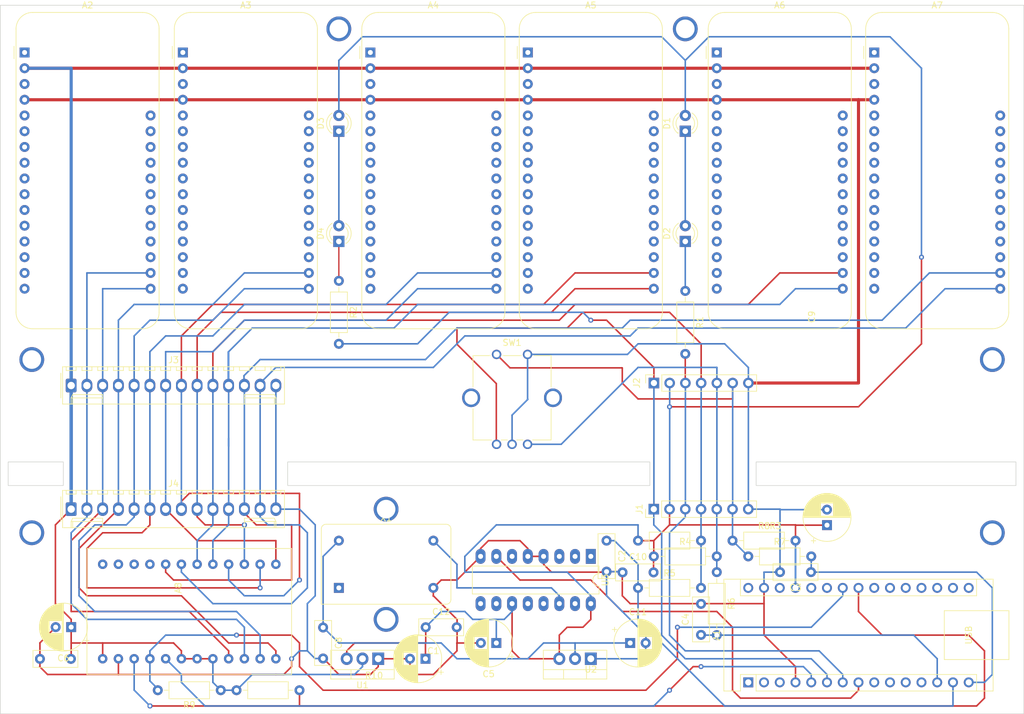
<source format=kicad_pcb>
(kicad_pcb (version 20211014) (generator pcbnew)
  (layers (0 "F.Cu" signal) (31 "B.Cu" signal) (34 "B.Paste" user) (35 "F.Paste" user) (36 "B.SilkS" user "B.Silkscreen") (37 "F.SilkS" user "F.Silkscreen") (38 "B.Mask" user) (39 "F.Mask" user) (44 "Edge.Cuts" user))
  (net 0 "")
  (net 4 "Net-(A1-Pad29)")
  (net 5 "Net-(A1-Pad5)")
  (net 6 "Net-(A1-Pad6)")
  (net 7 "Net-(A1-Pad7)")
  (net 8 "Net-(A1-Pad8)")
  (net 13 "Net-(A1-Pad13)")
  (net 14 "Net-(A1-Pad14)")
  (net 15 "Net-(A1-Pad15)")
  (net 23 "Net-(A1-Pad23)")
  (net 24 "Net-(A1-Pad24)")
  (net 27 "Net-(A1-Pad27)")
  (net 31 "Net-(A2-Pad2)")
  (net 45 "Net-(A2-Pad17)")
  (net 46 "Net-(A2-Pad18)")
  (net 177 "Net-(A3-Pad17)")
  (net 178 "Net-(D1-Pad1)")
  (net 179 "Net-(D2-Pad1)")
  (net 180 "Net-(D3-Pad1)")
  (net 181 "Net-(D4-Pad1)")
  (net 182 "Net-(A4-Pad17)")
  (net 183 "Net-(A4-Pad18)")
  (net 184 "Net-(A5-Pad17)")
  (net 193 "Net-(U3-Pad14)")
  (net 200 "Net-(A5-Pad18)")
  (net 201 "Net-(A6-Pad17)")
  (net 202 "Net-(A6-Pad18)")
  (net 203 "Net-(A7-Pad17)")
  (net 204 "Net-(A7-Pad18)")
  (net 205 "Net-(C11-Pad1)")
  (net 206 "Net-(J1-Pad4)")
  (net 207 "Net-(J1-Pad5)")
  (net 208 "Net-(J1-Pad6)")
  (net 209 "Net-(A3-Pad18)")
  (footprint "Capacitor_THT:C_Rect_L7.0mm_W2.5mm_P5.00mm" (layer "F.Cu") (at 142.24 129.5 90)
    (fp_text reference "C4")
    (fp_text value "100n")
  )
  (footprint "Resistor_THT:R_Axial_DIN0207_L6.3mm_D2.5mm_P10.16mm_Horizontal" (layer "F.Cu") (at 132.08 114.3)
    (fp_text reference "R3")
    (fp_text value "10k")
  )
  (footprint "Connector_Molex:Molex_KK-254_AE-6410-14A_1x14_P2.54mm_Vertical" (layer "F.Cu") (at 40.64 89.28)
    (fp_text reference "J3")
    (fp_text value "Conn_01x14_Female")
  )
  (footprint "Capacitor_THT:CP_Radial_D7.5mm_P2.50mm" (layer "F.Cu") (at 97.79 133.35 180)
    (fp_text reference "C1")
    (fp_text value "100u")
  )
  (footprint "Oscillator:Oscillator_DIP-14" (layer "F.Cu") (at 83.82 121.92)
    (fp_text reference "X1")
    (fp_text value "OCXO-14")
  )
  (footprint "Package_TO_SOT_THT:TO-220-3_Vertical" (layer "F.Cu") (at 90.17 133.35 180)
    (fp_text reference "U1")
    (fp_text value "LD1117V33C")
  )
  (footprint "Capacitor_THT:C_Rect_L7.0mm_W2.5mm_P5.00mm" (layer "F.Cu") (at 159.98 119.38 180)
    (fp_text reference "C3")
    (fp_text value "100n")
  )
  (footprint "Package_TO_SOT_THT:TO-220-3_Vertical" (layer "F.Cu") (at 124.46 133.35 180)
    (fp_text reference "U2")
    (fp_text value "LD1117V33C")
  )
  (footprint "LED_THT:LED_D3.0mm" (layer "F.Cu") (at 139.701808 48.26 90)
    (fp_text reference "D1")
    (fp_text value "LED")
  )
  (footprint "OCXO_Clock:9548_Module_N" (layer "F.Cu") (at 58.42 121.92 90)
    (fp_text reference "A8")
    (fp_text value "9548_Module_N")
  )
  (footprint "LED_THT:LED_D3.0mm" (layer "F.Cu") (at 139.7 66.04 90)
    (fp_text reference "D2")
    (fp_text value "LED")
  )
  (footprint "Package_DIP:DIP-16_W7.62mm_LongPads" (layer "F.Cu") (at 124.46 116.84 -90)
    (fp_text reference "U3")
    (fp_text value "74HC191")
  )
  (footprint "Connector_PinSocket_2.54mm:PinSocket_1x07_P2.54mm_Vertical" (layer "F.Cu") (at 134.64 88.875 90)
    (fp_text reference "J2")
    (fp_text value "Conn_01x07_Male")
  )
  (footprint "Resistor_THT:R_Axial_DIN0207_L6.3mm_D2.5mm_P10.16mm_Horizontal" (layer "F.Cu") (at 67.31 138.43)
    (fp_text reference "R10")
    (fp_text value "10k")
  )
  (footprint "Capacitor_THT:CP_Radial_D7.5mm_P2.50mm" (layer "F.Cu") (at 109.22 130.81 180)
    (fp_text reference "C5")
    (fp_text value "100u")
  )
  (footprint "Capacitor_THT:CP_Radial_D7.5mm_P2.50mm" (layer "F.Cu") (at 40.64 128.25 180)
    (fp_text reference "C6")
    (fp_text value "100u")
  )
  (footprint "LED_THT:LED_D3.0mm" (layer "F.Cu") (at 83.82 48.26 90)
    (fp_text reference "D3")
    (fp_text value "LED")
  )
  (footprint "Resistor_THT:R_Axial_DIN0207_L6.3mm_D2.5mm_P10.16mm_Horizontal" (layer "F.Cu") (at 64.77 138.43 180)
    (fp_text reference "R9")
    (fp_text value "10k")
  )
  (footprint "Resistor_THT:R_Axial_DIN0207_L6.3mm_D2.5mm_P10.16mm_Horizontal" (layer "F.Cu") (at 149.86 116.84)
    (fp_text reference "R7")
    (fp_text value "10k")
  )
  (footprint "Resistor_THT:R_Axial_DIN0207_L6.3mm_D2.5mm_P10.16mm_Horizontal" (layer "F.Cu") (at 147.32 114.3)
    (fp_text reference "R8")
    (fp_text value "10k")
  )
  (footprint "Rotary_Encoder:RotaryEncoder_Bourns_Vertical_PEC12R-3xxxF-Sxxxx" (layer "F.Cu") (at 109.26 98.76 90)
    (fp_text reference "SW1")
    (fp_text value "RotaryEncoder_Switch")
  )
  (footprint "Resistor_THT:R_Axial_DIN0207_L6.3mm_D2.5mm_P10.16mm_Horizontal" (layer "F.Cu") (at 139.7 74.015 -90)
    (fp_text reference "R1")
    (fp_text value "470R")
  )
  (footprint "Module:Adafruit_Feather" (layer "F.Cu") (at 144.78 35.56)
    (fp_text reference "A6")
    (fp_text value "Adafruit_Feather_Generic")
  )
  (footprint "Resistor_THT:R_Axial_DIN0207_L6.3mm_D2.5mm_P10.16mm_Horizontal" (layer "F.Cu") (at 144.78 119.38 -90)
    (fp_text reference "R6")
    (fp_text value "10k")
  )
  (footprint "Module:Adafruit_Feather" (layer "F.Cu") (at 170.18 35.56)
    (fp_text reference "A7")
    (fp_text value "Adafruit_Feather_Generic")
  )
  (footprint "Resistor_THT:R_Axial_DIN0207_L6.3mm_D2.5mm_P10.16mm_Horizontal" (layer "F.Cu") (at 83.82 72.39 -90)
    (fp_text reference "R2")
    (fp_text value "470R")
  )
  (footprint "Module:Arduino_Nano" (layer "F.Cu") (at 149.86 137.16 90)
    (fp_text reference "A1")
    (fp_text value "Arduino_Nano_v2.x")
  )
  (footprint "Module:Adafruit_Feather" (layer "F.Cu") (at 114.3 35.56)
    (fp_text reference "A5")
    (fp_text value "Adafruit_Feather_Generic")
  )
  (footprint "Capacitor_THT:C_Rect_L7.0mm_W2.5mm_P5.00mm" (layer "F.Cu") (at 35.6 133.37)
    (fp_text reference "C7")
    (fp_text value "100n")
  )
  (footprint "Capacitor_THT:C_Rect_L7.0mm_W2.5mm_P5.00mm" (layer "F.Cu") (at 129.58 119.42)
    (fp_text reference "C10")
    (fp_text value "100n")
  )
  (footprint "Connector_Molex:Molex_KK-254_AE-6410-14A_1x14_P2.54mm_Vertical" (layer "F.Cu") (at 40.64 109.22)
    (fp_text reference "J4")
    (fp_text value "Conn_01x14_Male")
  )
  (footprint "Resistor_THT:R_Axial_DIN0207_L6.3mm_D2.5mm_P10.16mm_Horizontal" (layer "F.Cu") (at 134.62 116.84)
    (fp_text reference "R4")
    (fp_text value "10k")
  )
  (footprint "Module:Adafruit_Feather" (layer "F.Cu") (at 33.1275 35.56)
    (fp_text reference "A2")
    (fp_text value "Adafruit_Feather_Generic")
  )
  (footprint "Connector_PinHeader_2.54mm:PinHeader_1x07_P2.54mm_Vertical" (layer "F.Cu") (at 134.62 109.22 90)
    (fp_text reference "J1")
    (fp_text value "Conn_01x07_Female")
  )
  (footprint "Capacitor_THT:C_Rect_L7.0mm_W2.5mm_P5.00mm" (layer "F.Cu") (at 127 114.3 -90)
    (fp_text reference "C2")
    (fp_text value "100n")
  )
  (footprint "LED_THT:LED_D3.0mm" (layer "F.Cu") (at 83.82 66.04 90)
    (fp_text reference "D4")
    (fp_text value "LED")
  )
  (footprint "Module:Adafruit_Feather" (layer "F.Cu") (at 88.9 35.56)
    (fp_text reference "A4")
    (fp_text value "Adafruit_Feather_Generic")
  )
  (footprint "Resistor_THT:R_Axial_DIN0207_L6.3mm_D2.5mm_P10.16mm_Horizontal" (layer "F.Cu") (at 132.08 121.92)
    (fp_text reference "R5")
    (fp_text value "10k")
  )
  (footprint "Capacitor_THT:C_Rect_L7.0mm_W2.5mm_P5.00mm" (layer "F.Cu") (at 97.83 128.27)
    (fp_text reference "C12")
    (fp_text value "100n")
  )
  (footprint "Capacitor_THT:CP_Radial_D7.5mm_P2.50mm" (layer "F.Cu") (at 130.81 130.81)
    (fp_text reference "C11")
    (fp_text value "100u")
  )
  (footprint "Module:Adafruit_Feather" (layer "F.Cu") (at 58.6545 35.56)
    (fp_text reference "A3")
    (fp_text value "Adafruit_Feather_Generic")
  )
  (footprint "Capacitor_THT:CP_Radial_D7.5mm_P2.50mm" (layer "F.Cu") (at 162.56 111.8 90)
    (fp_text reference "C9")
    (fp_text value "100u")
  )
  (footprint "Capacitor_THT:C_Rect_L7.0mm_W2.5mm_P5.00mm" (layer "F.Cu") (at 81.28 128.31 -90)
    (fp_text reference "C8")
    (fp_text value "100n")
  )
  (gr_line (start 83.82 72.39) (end 83.82 66.04) (layer "F.Cu") (width 0.2))
  (gr_rect (start 75.565 101.6) (end 133.985 105.41) (layer "Edge.Cuts") (width 0.1) (fill none))
  (gr_rect (start 29.21 27.94) (end 194.31 142.24) (layer "Edge.Cuts") (width 0.1) (fill none))
  (gr_rect (start 151.13 101.6) (end 193.04 105.41) (layer "Edge.Cuts") (width 0.1) (fill none))
  (gr_rect (start 30.48 101.6) (end 39.37 105.41) (layer "Edge.Cuts") (width 0.1) (fill none))
  (via (at 34.29 85.09) (size 4) (drill 3) (layers "F.Cu" "B.Cu") (net 0))
  (via (at 83.82 31.75) (size 4) (drill 3) (layers "F.Cu" "B.Cu") (net 0))
  (via (at 91.44 127) (size 4) (drill 3) (layers "F.Cu" "B.Cu") (net 0))
  (via (at 139.7 31.75) (size 4) (drill 3) (layers "F.Cu" "B.Cu") (net 0))
  (via (at 34.29 113.03) (size 4) (drill 3) (layers "F.Cu" "B.Cu") (net 0))
  (via (at 91.44 109.22) (size 4) (drill 3) (layers "F.Cu" "B.Cu") (net 0))
  (via (at 189.23 85.09) (size 4) (drill 3) (layers "F.Cu" "B.Cu") (net 0))
  (via (at 189.23 113.03) (size 4) (drill 3) (layers "F.Cu" "B.Cu") (net 0))
  (segment (start 167.615 88.875) (end 167.64 88.9) (width 0.25) (layer "F.Cu") (net 4))
  (segment (start 73.65 135.89) (end 74.93 135.89) (width 0.25) (layer "F.Cu") (net 4))
  (segment (start 152.4 129.54) (end 157.48 134.62) (width 0.25) (layer "F.Cu") (net 4))
  (segment (start 88.9 135.89) (end 90.17 134.62) (width 0.25) (layer "F.Cu") (net 4))
  (segment (start 35.6 134.58) (end 35.56 134.62) (width 0.25) (layer "F.Cu") (net 4))
  (segment (start 99.06 135.89) (end 96.52 135.89) (width 0.25) (layer "F.Cu") (net 4))
  (segment (start 83.82 135.89) (end 88.9 135.89) (width 0.25) (layer "F.Cu") (net 4))
  (segment (start 116.84 118.11) (end 116.84 116.84) (width 0.25) (layer "F.Cu") (net 4))
  (segment (start 167.64 43.18) (end 170.18 43.18) (width 0.5) (layer "F.Cu") (net 4))
  (segment (start 114.3 43.18) (end 144.78 43.18) (width 0.5) (layer "F.Cu") (net 4))
  (segment (start 76.2 134.62) (end 76.2 133.35) (width 0.25) (layer "F.Cu") (net 4))
  (segment (start 126.92 119.38) (end 118.11 119.38) (width 0.25) (layer "F.Cu") (net 4))
  (segment (start 127 119.3) (end 129.46 119.3) (width 0.25) (layer "F.Cu") (net 4))
  (segment (start 102.89 127.02) (end 99.06 123.19) (width 0.25) (layer "F.Cu") (net 4))
  (segment (start 35.6 130.79) (end 35.6 134.58) (width 0.25) (layer "F.Cu") (net 4))
  (segment (start 58.42 43.18) (end 88.9 43.18) (width 0.5) (layer "F.Cu") (net 4))
  (segment (start 102.87 120.65) (end 106.68 116.84) (width 0.25) (layer "F.Cu") (net 4))
  (segment (start 129.54 123.19) (end 130.81 124.46) (width 0.25) (layer "F.Cu") (net 4))
  (segment (start 106.68 116.84) (end 106.68 115.57) (width 0.25) (layer "F.Cu") (net 4))
  (segment (start 149.88 88.875) (end 167.615 88.875) (width 0.5) (layer "F.Cu") (net 4))
  (segment (start 38.14 128.25) (end 35.6 130.79) (width 0.25) (layer "F.Cu") (net 4))
  (segment (start 95.29 133.35) (end 90.17 133.35) (width 0.25) (layer "F.Cu") (net 4))
  (segment (start 99.02 123.23) (end 99.06 123.19) (width 0.25) (layer "F.Cu") (net 4))
  (segment (start 100.33 120.65) (end 102.87 120.65) (width 0.25) (layer "F.Cu") (net 4))
  (segment (start 118.11 119.38) (end 116.84 118.11) (width 0.25) (layer "F.Cu") (net 4))
  (segment (start 116.84 116.84) (end 114.3 116.84) (width 0.25) (layer "F.Cu") (net 4))
  (segment (start 106.72 130.81) (end 102.911 130.81) (width 0.25) (layer "F.Cu") (net 4))
  (segment (start 99.06 121.92) (end 100.33 120.65) (width 0.25) (layer "F.Cu") (net 4))
  (segment (start 129.54 119.38) (end 129.54 123.19) (width 0.25) (layer "F.Cu") (net 4))
  (segment (start 102.87 130.81) (end 102.89 130.79) (width 0.25) (layer "F.Cu") (net 4))
  (segment (start 130.81 124.46) (end 152.4 124.46) (width 0.25) (layer "F.Cu") (net 4))
  (segment (start 102.87 130.81) (end 102.87 132.08) (width 0.25) (layer "F.Cu") (net 4))
  (segment (start 102.89 130.79) (end 102.89 127.02) (width 0.25) (layer "F.Cu") (net 4))
  (segment (start 152.4 121.92) (end 152.4 129.54) (width 0.25) (layer "F.Cu") (net 4))
  (segment (start 102.87 130.851) (end 102.87 130.81) (width 0.25) (layer "F.Cu") (net 4))
  (segment (start 114.3 116.84) (end 114.3 115.57) (width 0.25) (layer "F.Cu") (net 4))
  (segment (start 106.68 115.57) (end 107.95 114.3) (width 0.25) (layer "F.Cu") (net 4))
  (segment (start 48.26 135.89) (end 48.26 133.35) (width 0.25) (layer "F.Cu") (net 4))
  (segment (start 74.93 135.89) (end 76.2 134.62) (width 0.25) (layer "F.Cu") (net 4))
  (segment (start 36.83 135.89) (end 48.26 135.89) (width 0.25) (layer "F.Cu") (net 4))
  (segment (start 90.17 134.62) (end 90.17 133.35) (width 0.25) (layer "F.Cu") (net 4))
  (segment (start 73.65 135.89) (end 73.66 135.88) (width 0.25) (layer "F.Cu") (net 4))
  (segment (start 82.55 134.62) (end 83.82 135.89) (width 0.25) (layer "F.Cu") (net 4))
  (segment (start 38.1 128.21) (end 38.14 128.25) (width 0.25) (layer "F.Cu") (net 4))
  (segment (start 167.615 88.875) (end 167.64 88.85) (width 0.25) (layer "F.Cu") (net 4))
  (segment (start 73.65 135.89) (end 48.26 135.89) (width 0.25) (layer "F.Cu") (net 4))
  (segment (start 129.46 119.3) (end 129.54 119.38) (width 0.25) (layer "F.Cu") (net 4))
  (segment (start 167.64 88.85) (end 167.64 43.18) (width 0.5) (layer "F.Cu") (net 4))
  (segment (start 33.02 43.18) (end 58.42 43.18) (width 0.5) (layer "F.Cu") (net 4))
  (segment (start 127 119.3) (end 126.92 119.38) (width 0.25) (layer "F.Cu") (net 4))
  (segment (start 114.3 115.57) (end 113.03 114.3) (width 0.25) (layer "F.Cu") (net 4))
  (segment (start 96.52 135.89) (end 95.29 134.66) (width 0.25) (layer "F.Cu") (net 4))
  (segment (start 95.29 134.66) (end 95.29 133.35) (width 0.25) (layer "F.Cu") (net 4))
  (segment (start 99.06 123.19) (end 99.06 121.92) (width 0.25) (layer "F.Cu") (net 4))
  (segment (start 81.28 133.27) (end 82.55 134.54) (width 0.25) (layer "F.Cu") (net 4))
  (segment (start 102.911 130.81) (end 102.87 130.851) (width 0.25) (layer "F.Cu") (net 4))
  (segment (start 144.78 43.18) (end 167.64 43.18) (width 0.5) (layer "F.Cu") (net 4))
  (segment (start 107.95 114.3) (end 113.03 114.3) (width 0.25) (layer "F.Cu") (net 4))
  (segment (start 81.28 133.43) (end 81.36 133.35) (width 0.25) (layer "F.Cu") (net 4))
  (segment (start 102.87 132.08) (end 99.06 135.89) (width 0.25) (layer "F.Cu") (net 4))
  (segment (start 82.55 134.54) (end 82.55 134.62) (width 0.25) (layer "F.Cu") (net 4))
  (segment (start 35.56 134.62) (end 36.83 135.89) (width 0.25) (layer "F.Cu") (net 4))
  (segment (start 88.9 43.18) (end 114.3 43.18) (width 0.5) (layer "F.Cu") (net 4))
  (segment (start 157.48 134.62) (end 157.48 137.16) (width 0.25) (layer "F.Cu") (net 4))
  (via (at 76.2 133.35) (size 0.8) (drill 0.4) (layers "F.Cu" "B.Cu") (net 4))
  (segment (start 77.47 132.08) (end 78.74 132.08) (width 0.25) (layer "B.Cu") (net 4))
  (segment (start 152.4 119.38) (end 152.4 121.92) (width 0.25) (layer "B.Cu") (net 4))
  (segment (start 152.4 119.38) (end 154.98 119.38) (width 0.25) (layer "B.Cu") (net 4))
  (segment (start 114.3 91.51) (end 111.76 94.05) (width 0.25) (layer "B.Cu") (net 4))
  (segment (start 154.98 109.22) (end 155.06 109.3) (width 0.25) (layer "B.Cu") (net 4))
  (segment (start 149.88 86.38) (end 149.88 88.875) (width 0.25) (layer "B.Cu") (net 4))
  (segment (start 155.06 109.3) (end 162.56 109.3) (width 0.25) (layer "B.Cu") (net 4))
  (segment (start 132.08 82.55) (end 146.05 82.55) (width 0.25) (layer "B.Cu") (net 4))
  (segment (start 78.74 132.08) (end 78.74 124.46) (width 0.25) (layer "B.Cu") (net 4))
  (segment (start 114.26 84.26) (end 114.26 91.47) (width 0.25) (layer "B.Cu") (net 4))
  (segment (start 133.35 130.77) (end 133.31 130.81) (width 0.25) (layer "B.Cu") (net 4))
  (segment (start 149.88 109.2) (end 149.86 109.22) (width 0.25) (layer "B.Cu") (net 4))
  (segment (start 81.28 133.31) (end 81.24 133.35) (width 0.25) (layer "B.Cu") (net 4))
  (segment (start 114.26 91.47) (end 114.3 91.51) (width 0.25) (layer "B.Cu") (net 4))
  (segment (start 81.28 133.31) (end 79.97 133.31) (width 0.25) (layer "B.Cu") (net 4))
  (segment (start 133.35 129.54) (end 133.35 130.77) (width 0.25) (layer "B.Cu") (net 4))
  (segment (start 73.66 89.28) (end 73.66 109.22) (width 0.25) (layer "B.Cu") (net 4))
  (segment (start 132.08 133.35) (end 133.31 132.12) (width 0.25) (layer "B.Cu") (net 4))
  (segment (start 76.2 133.35) (end 77.47 132.08) (width 0.25) (layer "B.Cu") (net 4))
  (segment (start 80.01 123.19) (end 80.01 111.76) (width 0.25) (layer "B.Cu") (net 4))
  (segment (start 79.97 133.31) (end 78.74 132.08) (width 0.25) (layer "B.Cu") (net 4))
  (segment (start 133.31 132.12) (end 133.31 130.81) (width 0.25) (layer "B.Cu") (net 4))
  (segment (start 130.37 84.26) (end 132.08 82.55) (width 0.25) (layer "B.Cu") (net 4))
  (segment (start 78.74 124.46) (end 80.01 123.19) (width 0.25) (layer "B.Cu") (net 4))
  (segment (start 154.98 109.22) (end 149.86 109.22) (width 0.25) (layer "B.Cu") (net 4))
  (segment (start 127 119.3) (end 129.46 119.3) (width 0.25) (layer "B.Cu") (net 4))
  (segment (start 154.98 119.38) (end 154.98 109.22) (width 0.25) (layer "B.Cu") (net 4))
  (segment (start 146.05 82.55) (end 149.88 86.38) (width 0.25) (layer "B.Cu") (net 4))
  (segment (start 127 123.19) (end 133.35 129.54) (width 0.25) (layer "B.Cu") (net 4))
  (segment (start 114.26 84.26) (end 130.37 84.26) (width 0.25) (layer "B.Cu") (net 4))
  (segment (start 129.46 119.3) (end 129.58 119.42) (width 0.25) (layer "B.Cu") (net 4))
  (segment (start 81.28 133.43) (end 81.36 133.35) (width 0.25) (layer "B.Cu") (net 4))
  (segment (start 77.47 109.22) (end 73.66 109.22) (width 0.25) (layer "B.Cu") (net 4))
  (segment (start 149.88 88.875) (end 149.88 109.2) (width 0.25) (layer "B.Cu") (net 4))
  (segment (start 127 119.3) (end 127 123.19) (width 0.25) (layer "B.Cu") (net 4))
  (segment (start 80.01 111.76) (end 77.47 109.22) (width 0.25) (layer "B.Cu") (net 4))
  (segment (start 111.76 94.05) (end 111.76 98.76) (width 0.25) (layer "B.Cu") (net 4))
  (segment (start 124.46 133.35) (end 132.08 133.35) (width 0.25) (layer "B.Cu") (net 4))
  (segment (start 137.16 138.43) (end 140.97 134.62) (width 0.25) (layer "F.Cu") (net 5))
  (segment (start 140.97 134.62) (end 142.24 134.62) (width 0.25) (layer "F.Cu") (net 5))
  (via (at 137.16 138.43) (size 0.8) (drill 0.4) (layers "F.Cu" "B.Cu") (net 5))
  (via (at 142.24 134.62) (size 0.8) (drill 0.4) (layers "F.Cu" "B.Cu") (net 5))
  (segment (start 58.42 135.89) (end 55.88 133.35) (width 0.25) (layer "B.Cu") (net 5))
  (segment (start 160.02 135.89) (end 160.02 137.16) (width 0.25) (layer "B.Cu") (net 5))
  (segment (start 158.75 134.62) (end 160.02 135.89) (width 0.25) (layer "B.Cu") (net 5))
  (segment (start 134.62 140.97) (end 62.23 140.97) (width 0.25) (layer "B.Cu") (net 5))
  (segment (start 58.42 137.16) (end 58.42 135.89) (width 0.25) (layer "B.Cu") (net 5))
  (segment (start 62.23 140.97) (end 58.42 137.16) (width 0.25) (layer "B.Cu") (net 5))
  (segment (start 137.16 138.43) (end 134.62 140.97) (width 0.25) (layer "B.Cu") (net 5))
  (segment (start 142.24 134.62) (end 158.75 134.62) (width 0.25) (layer "B.Cu") (net 5))
  (segment (start 127 78.74) (end 134.64 86.38) (width 0.25) (layer "F.Cu") (net 6))
  (segment (start 134.64 86.38) (end 134.64 88.875) (width 0.25) (layer "F.Cu") (net 6))
  (segment (start 124.46 78.74) (end 127 78.74) (width 0.25) (layer "F.Cu") (net 6))
  (via (at 124.46 78.74) (size 0.8) (drill 0.4) (layers "F.Cu" "B.Cu") (net 6))
  (segment (start 101.6 77.47) (end 96.52 82.55) (width 0.25) (layer "B.Cu") (net 6))
  (segment (start 134.62 111.76) (end 134.62 109.22) (width 0.25) (layer "B.Cu") (net 6))
  (segment (start 160.02 133.35) (end 139.7 133.35) (width 0.25) (layer "B.Cu") (net 6))
  (segment (start 96.52 82.55) (end 83.82 82.55) (width 0.25) (layer "B.Cu") (net 6))
  (segment (start 162.56 137.16) (end 162.56 135.89) (width 0.25) (layer "B.Cu") (net 6))
  (segment (start 135.89 113.03) (end 134.62 111.76) (width 0.25) (layer "B.Cu") (net 6))
  (segment (start 123.19 77.47) (end 101.6 77.47) (width 0.25) (layer "B.Cu") (net 6))
  (segment (start 139.7 133.35) (end 135.89 129.54) (width 0.25) (layer "B.Cu") (net 6))
  (segment (start 162.56 135.89) (end 160.02 133.35) (width 0.25) (layer "B.Cu") (net 6))
  (segment (start 134.64 109.2) (end 134.62 109.22) (width 0.25) (layer "B.Cu") (net 6))
  (segment (start 135.89 129.54) (end 135.89 113.03) (width 0.25) (layer "B.Cu") (net 6))
  (segment (start 134.64 88.875) (end 134.64 109.2) (width 0.25) (layer "B.Cu") (net 6))
  (segment (start 124.46 78.74) (end 123.19 77.47) (width 0.25) (layer "B.Cu") (net 6))
  (segment (start 139.7 88.855) (end 139.72 88.875) (width 0.25) (layer "F.Cu") (net 7))
  (segment (start 139.7 84.175) (end 139.7 88.855) (width 0.25) (layer "F.Cu") (net 7))
  (segment (start 137.16 113.03) (end 137.16 129.54) (width 0.25) (layer "B.Cu") (net 7))
  (segment (start 139.7 109.22) (end 139.7 110.49) (width 0.25) (layer "B.Cu") (net 7))
  (segment (start 139.72 88.875) (end 139.72 109.2) (width 0.25) (layer "B.Cu") (net 7))
  (segment (start 139.7 110.49) (end 137.16 113.03) (width 0.25) (layer "B.Cu") (net 7))
  (segment (start 137.16 129.54) (end 139.7 132.08) (width 0.25) (layer "B.Cu") (net 7))
  (segment (start 165.1 135.89) (end 165.1 137.16) (width 0.25) (layer "B.Cu") (net 7))
  (segment (start 139.7 132.08) (end 161.29 132.08) (width 0.25) (layer "B.Cu") (net 7))
  (segment (start 161.29 132.08) (end 165.1 135.89) (width 0.25) (layer "B.Cu") (net 7))
  (segment (start 139.72 109.2) (end 139.7 109.22) (width 0.25) (layer "B.Cu") (net 7))
  (segment (start 167.64 137.16) (end 167.64 138.44) (width 0.25) (layer "F.Cu") (net 8))
  (segment (start 124.46 120.65) (end 113.03 120.65) (width 0.25) (layer "F.Cu") (net 8))
  (segment (start 167.64 138.44) (end 166.38 139.7) (width 0.25) (layer "F.Cu") (net 8))
  (segment (start 113.03 120.65) (end 109.22 116.84) (width 0.25) (layer "F.Cu") (net 8))
  (segment (start 144.78 125.73) (end 129.54 125.73) (width 0.25) (layer "F.Cu") (net 8))
  (segment (start 148.59 139.7) (end 147.32 138.43) (width 0.25) (layer "F.Cu") (net 8))
  (segment (start 166.38 139.7) (end 148.59 139.7) (width 0.25) (layer "F.Cu") (net 8))
  (segment (start 147.32 128.27) (end 144.78 125.73) (width 0.25) (layer "F.Cu") (net 8))
  (segment (start 129.54 125.73) (end 124.46 120.65) (width 0.25) (layer "F.Cu") (net 8))
  (segment (start 147.32 138.43) (end 147.32 128.27) (width 0.25) (layer "F.Cu") (net 8))
  (segment (start 144.78 129.54) (end 176.53 129.54) (width 0.25) (layer "B.Cu") (net 13))
  (segment (start 180.34 133.35) (end 180.34 137.16) (width 0.25) (layer "B.Cu") (net 13))
  (segment (start 176.53 129.54) (end 180.34 133.35) (width 0.25) (layer "B.Cu") (net 13))
  (segment (start 142.28 129.54) (end 142.24 129.5) (width 0.25) (layer "B.Cu") (net 13))
  (segment (start 144.78 129.54) (end 142.28 129.54) (width 0.25) (layer "B.Cu") (net 13))
  (segment (start 180.3 137.2) (end 180.34 137.16) (width 0.25) (layer "B.Cu") (net 13))
  (segment (start 132.08 121.92) (end 132.08 127) (width 0.25) (layer "B.Cu") (net 14))
  (segment (start 132.08 121.92) (end 132.08 118.11) (width 0.25) (layer "B.Cu") (net 14))
  (segment (start 132.08 127) (end 146.05 140.97) (width 0.25) (layer "B.Cu") (net 14))
  (segment (start 128.27 114.3) (end 132.08 118.11) (width 0.25) (layer "B.Cu") (net 14))
  (segment (start 182.88 140.97) (end 182.88 137.16) (width 0.25) (layer "B.Cu") (net 14))
  (segment (start 146.05 140.97) (end 182.88 140.97) (width 0.25) (layer "B.Cu") (net 14))
  (segment (start 127 114.3) (end 128.27 114.3) (width 0.25) (layer "B.Cu") (net 14))
  (segment (start 186.69 119.38) (end 189.23 121.92) (width 0.25) (layer "B.Cu") (net 15))
  (segment (start 189.23 121.92) (end 189.23 135.89) (width 0.25) (layer "B.Cu") (net 15))
  (segment (start 159.98 119.38) (end 186.69 119.38) (width 0.25) (layer "B.Cu") (net 15))
  (segment (start 187.96 137.16) (end 185.42 137.16) (width 0.25) (layer "B.Cu") (net 15))
  (segment (start 189.23 135.89) (end 187.96 137.16) (width 0.25) (layer "B.Cu") (net 15))
  (segment (start 160.02 119.34) (end 159.98 119.38) (width 0.25) (layer "B.Cu") (net 15))
  (segment (start 160.02 116.84) (end 160.02 119.34) (width 0.25) (layer "B.Cu") (net 15))
  (segment (start 186.69 140.97) (end 187.96 139.7) (width 0.25) (layer "F.Cu") (net 23))
  (segment (start 187.96 139.7) (end 187.96 132.08) (width 0.25) (layer "F.Cu") (net 23))
  (segment (start 77.47 138.43) (end 77.47 140.97) (width 0.25) (layer "F.Cu") (net 23))
  (segment (start 187.96 132.08) (end 185.42 129.54) (width 0.25) (layer "F.Cu") (net 23))
  (segment (start 167.64 125.73) (end 167.64 121.92) (width 0.25) (layer "F.Cu") (net 23))
  (segment (start 171.45 129.54) (end 167.64 125.73) (width 0.25) (layer "F.Cu") (net 23))
  (segment (start 53.36 140.97) (end 186.69 140.97) (width 0.25) (layer "F.Cu") (net 23))
  (segment (start 53.35 140.96) (end 53.36 140.97) (width 0.25) (layer "F.Cu") (net 23))
  (segment (start 185.42 129.54) (end 171.45 129.54) (width 0.25) (layer "F.Cu") (net 23))
  (via (at 53.35 140.96) (size 0.8) (drill 0.4) (layers "F.Cu" "B.Cu") (net 23))
  (via (at 53.35 140.96) (size 0.8) (drill 0.4) (layers "F.Cu" "B.Cu") (net 23))
  (segment (start 53.35 140.96) (end 50.8 138.41) (width 0.25) (layer "B.Cu") (net 23))
  (segment (start 50.8 138.43) (end 50.8 133.35) (width 0.25) (layer "B.Cu") (net 23))
  (segment (start 133.35 138.43) (end 138.43 133.35) (width 0.25) (layer "F.Cu") (net 24))
  (segment (start 67.31 129.54) (end 76.2 129.54) (width 0.25) (layer "F.Cu") (net 24))
  (segment (start 81.28 138.43) (end 133.35 138.43) (width 0.25) (layer "F.Cu") (net 24))
  (segment (start 77.47 134.62) (end 81.28 138.43) (width 0.25) (layer "F.Cu") (net 24))
  (segment (start 77.47 130.81) (end 77.47 134.62) (width 0.25) (layer "F.Cu") (net 24))
  (segment (start 76.2 129.54) (end 77.47 130.81) (width 0.25) (layer "F.Cu") (net 24))
  (segment (start 138.43 133.35) (end 138.43 128.27) (width 0.25) (layer "F.Cu") (net 24))
  (via (at 67.31 129.54) (size 0.8) (drill 0.4) (layers "F.Cu" "B.Cu") (net 24))
  (via (at 138.43 128.27) (size 0.8) (drill 0.4) (layers "F.Cu" "B.Cu") (net 24))
  (segment (start 138.43 128.27) (end 160.02 128.27) (width 0.25) (layer "B.Cu") (net 24))
  (segment (start 53.34 136.93) (end 53.34 133.35) (width 0.25) (layer "B.Cu") (net 24))
  (segment (start 55.88 129.54) (end 53.34 132.08) (width 0.25) (layer "B.Cu") (net 24))
  (segment (start 53.34 132.08) (end 53.34 133.35) (width 0.25) (layer "B.Cu") (net 24))
  (segment (start 54.61 138.2) (end 53.34 136.93) (width 0.25) (layer "B.Cu") (net 24))
  (segment (start 160.02 128.27) (end 165.1 123.19) (width 0.25) (layer "B.Cu") (net 24))
  (segment (start 67.31 129.54) (end 55.88 129.54) (width 0.25) (layer "B.Cu") (net 24))
  (segment (start 165.1 123.19) (end 165.1 121.92) (width 0.25) (layer "B.Cu") (net 24))
  (segment (start 119.38 133.35) (end 113.03 133.35) (width 0.25) (layer "F.Cu") (net 27))
  (segment (start 124.46 124.46) (end 124.46 127) (width 0.25) (layer "F.Cu") (net 27))
  (segment (start 134.62 116.84) (end 134.62 114.3) (width 0.25) (layer "F.Cu") (net 27))
  (segment (start 120.65 128.27) (end 119.38 129.54) (width 0.25) (layer "F.Cu") (net 27))
  (segment (start 177.8 82.55) (end 167.64 92.71) (width 0.25) (layer "F.Cu") (net 27))
  (segment (start 119.38 129.54) (end 119.38 133.35) (width 0.25) (layer "F.Cu") (net 27))
  (segment (start 167.64 92.71) (end 137.16 92.71) (width 0.25) (layer "F.Cu") (net 27))
  (segment (start 111.76 132.08) (end 111.76 124.46) (width 0.25) (layer "F.Cu") (net 27))
  (segment (start 113.03 133.35) (end 111.76 132.08) (width 0.25) (layer "F.Cu") (net 27))
  (segment (start 157.48 111.76) (end 157.52 111.8) (width 0.25) (layer "F.Cu") (net 27))
  (segment (start 157.52 111.8) (end 162.56 111.8) (width 0.25) (layer "F.Cu") (net 27))
  (segment (start 134.58 119.42) (end 134.58 116.88) (width 0.25) (layer "F.Cu") (net 27))
  (segment (start 157.48 111.76) (end 137.16 111.76) (width 0.25) (layer "F.Cu") (net 27))
  (segment (start 124.46 127) (end 123.19 128.27) (width 0.25) (layer "F.Cu") (net 27))
  (segment (start 86.36 130.81) (end 85.09 132.08) (width 0.25) (layer "F.Cu") (net 27))
  (segment (start 97.79 130.81) (end 97.83 130.77) (width 0.25) (layer "F.Cu") (net 27))
  (segment (start 97.83 130.77) (end 97.83 128.27) (width 0.25) (layer "F.Cu") (net 27))
  (segment (start 157.48 114.3) (end 157.48 111.76) (width 0.25) (layer "F.Cu") (net 27))
  (segment (start 97.79 133.35) (end 97.79 130.81) (width 0.25) (layer "F.Cu") (net 27))
  (segment (start 134.58 116.88) (end 134.62 116.84) (width 0.25) (layer "F.Cu") (net 27))
  (segment (start 132.08 114.3) (end 134.62 114.3) (width 0.25) (layer "F.Cu") (net 27))
  (segment (start 137.16 111.76) (end 137.16 109.22) (width 0.25) (layer "F.Cu") (net 27))
  (segment (start 97.79 130.81) (end 86.36 130.81) (width 0.25) (layer "F.Cu") (net 27))
  (segment (start 177.8 68.58) (end 177.8 82.55) (width 0.25) (layer "F.Cu") (net 27))
  (segment (start 123.19 128.27) (end 120.65 128.27) (width 0.25) (layer "F.Cu") (net 27))
  (segment (start 134.62 114.3) (end 137.16 111.76) (width 0.25) (layer "F.Cu") (net 27))
  (segment (start 85.09 132.08) (end 85.09 133.35) (width 0.25) (layer "F.Cu") (net 27))
  (via (at 177.8 68.58) (size 0.8) (drill 0.4) (layers "F.Cu" "B.Cu") (net 27))
  (via (at 137.16 92.71) (size 0.8) (drill 0.4) (layers "F.Cu" "B.Cu") (net 27))
  (segment (start 139.701808 36.831808) (end 139.7 36.83) (width 0.25) (layer "B.Cu") (net 27))
  (segment (start 109.22 111.76) (end 132.08 111.76) (width 0.25) (layer "B.Cu") (net 27))
  (segment (start 87.63 33.02) (end 135.89 33.02) (width 0.25) (layer "B.Cu") (net 27))
  (segment (start 132.08 111.76) (end 132.08 114.3) (width 0.25) (layer "B.Cu") (net 27))
  (segment (start 83.82 36.83) (end 87.63 33.02) (width 0.25) (layer "B.Cu") (net 27))
  (segment (start 143.51 33.02) (end 172.72 33.02) (width 0.25) (layer "B.Cu") (net 27))
  (segment (start 104.14 116.84) (end 109.22 111.76) (width 0.25) (layer "B.Cu") (net 27))
  (segment (start 97.89 128.331) (end 97.89 128.17) (width 0.25) (layer "B.Cu") (net 27))
  (segment (start 137.18 88.875) (end 137.18 109.2) (width 0.25) (layer "B.Cu") (net 27))
  (segment (start 83.82 45.72) (end 83.82 36.83) (width 0.25) (layer "B.Cu") (net 27))
  (segment (start 111.76 125.73) (end 111.76 124.46) (width 0.25) (layer "B.Cu") (net 27))
  (segment (start 137.18 109.2) (end 137.16 109.22) (width 0.25) (layer "B.Cu") (net 27))
  (segment (start 109.22 130.81) (end 109.22 127) (width 0.25) (layer "B.Cu") (net 27))
  (segment (start 139.7 36.83) (end 143.51 33.02) (width 0.25) (layer "B.Cu") (net 27))
  (segment (start 139.701808 45.72) (end 139.701808 36.831808) (width 0.25) (layer "B.Cu") (net 27))
  (segment (start 135.89 33.02) (end 139.7 36.83) (width 0.25) (layer "B.Cu") (net 27))
  (segment (start 172.72 33.02) (end 177.8 38.1) (width 0.25) (layer "B.Cu") (net 27))
  (segment (start 177.8 38.1) (end 177.8 68.58) (width 0.25) (layer "B.Cu") (net 27))
  (segment (start 104.14 119.38) (end 104.14 116.84) (width 0.25) (layer "B.Cu") (net 27))
  (segment (start 120.65 119.38) (end 104.14 119.38) (width 0.25) (layer "B.Cu") (net 27))
  (segment (start 157.48 115.57) (end 157.48 121.92) (width 0.25) (layer "B.Cu") (net 27))
  (segment (start 157.48 114.3) (end 157.48 121.92) (width 0.25) (layer "B.Cu") (net 27))
  (segment (start 104.14 125.73) (end 105.41 127) (width 0.25) (layer "B.Cu") (net 27))
  (segment (start 105.41 127) (end 110.49 127) (width 0.25) (layer "B.Cu") (net 27))
  (segment (start 124.46 123.19) (end 120.65 119.38) (width 0.25) (layer "B.Cu") (net 27))
  (segment (start 110.49 127) (end 111.76 125.73) (width 0.25) (layer "B.Cu") (net 27))
  (segment (start 124.46 124.46) (end 124.46 123.19) (width 0.25) (layer "B.Cu") (net 27))
  (segment (start 97.89 128.17) (end 100.33 125.73) (width 0.25) (layer "B.Cu") (net 27))
  (segment (start 100.33 125.73) (end 104.14 125.73) (width 0.25) (layer "B.Cu") (net 27))
  (segment (start 40.64 128.25) (end 40.64 130.81) (width 0.25) (layer "F.Cu") (net 31))
  (segment (start 40.64 130.81) (end 40.64 133.33) (width 0.25) (layer "F.Cu") (net 31))
  (segment (start 45.72 130.81) (end 40.64 130.81) (width 0.25) (layer "F.Cu") (net 31))
  (segment (start 57.15 130.81) (end 45.72 130.81) (width 0.25) (layer "F.Cu") (net 31))
  (segment (start 58.42 133.35) (end 60.96 133.35) (width 0.25) (layer "F.Cu") (net 31))
  (segment (start 40.64 109.22) (end 38.1 111.76) (width 0.25) (layer "F.Cu") (net 31))
  (segment (start 57.17 130.81) (end 57.15 130.81) (width 0.25) (layer "F.Cu") (net 31))
  (segment (start 45.72 130.81) (end 45.72 133.35) (width 0.25) (layer "F.Cu") (net 31))
  (segment (start 38.1 111.76) (end 38.1 124.45) (width 0.25) (layer "F.Cu") (net 31))
  (segment (start 144.78 38.1) (end 170.18 38.1) (width 0.5) (layer "F.Cu") (net 31))
  (segment (start 33.02 38.1) (end 58.42 38.1) (width 0.5) (layer "F.Cu") (net 31))
  (segment (start 88.9 38.1) (end 114.3 38.1) (width 0.5) (layer "F.Cu") (net 31))
  (segment (start 40.64 133.33) (end 40.6 133.37) (width 0.25) (layer "F.Cu") (net 31))
  (segment (start 58.42 38.1) (end 88.9 38.1) (width 0.5) (layer "F.Cu") (net 31))
  (segment (start 57.15 130.81) (end 58.42 132.08) (width 0.25) (layer "F.Cu") (net 31))
  (segment (start 40.64 126.99) (end 40.64 128.25) (width 0.25) (layer "F.Cu") (net 31))
  (segment (start 60.96 133.35) (end 63.5 133.35) (width 0.25) (layer "F.Cu") (net 31))
  (segment (start 58.42 132.08) (end 58.42 133.35) (width 0.25) (layer "F.Cu") (net 31))
  (segment (start 38.1 124.45) (end 40.64 126.99) (width 0.25) (layer "F.Cu") (net 31))
  (segment (start 114.3 38.1) (end 144.78 38.1) (width 0.5) (layer "F.Cu") (net 31))
  (segment (start 63.5 137.16) (end 64.77 138.43) (width 0.25) (layer "B.Cu") (net 31))
  (segment (start 40.64 38.1) (end 40.64 86.36) (width 0.5) (layer "B.Cu") (net 31))
  (segment (start 86.36 135.89) (end 87.63 134.62) (width 0.25) (layer "B.Cu") (net 31))
  (segment (start 87.63 134.62) (end 87.63 133.35) (width 0.25) (layer "B.Cu") (net 31))
  (segment (start 64.77 138.43) (end 67.31 138.43) (width 0.25) (layer "B.Cu") (net 31))
  (segment (start 33.02 38.1) (end 40.64 38.1) (width 0.5) (layer "B.Cu") (net 31))
  (segment (start 67.31 138.43) (end 69.85 135.89) (width 0.25) (layer "B.Cu") (net 31))
  (segment (start 63.5 133.35) (end 63.5 137.16) (width 0.25) (layer "B.Cu") (net 31))
  (segment (start 40.64 86.36) (end 40.64 109.22) (width 0.55) (layer "B.Cu") (net 31))
  (segment (start 69.85 135.89) (end 86.36 135.89) (width 0.25) (layer "B.Cu") (net 31))
  (segment (start 40.64 125.73) (end 40.64 114.3) (width 0.25) (layer "F.Cu") (net 45))
  (segment (start 66.04 133.35) (end 66.04 132.08) (width 0.25) (layer "F.Cu") (net 45))
  (segment (start 40.64 114.3) (end 45.72 109.22) (width 0.25) (layer "F.Cu") (net 45))
  (segment (start 66.04 132.08) (end 59.69 125.73) (width 0.25) (layer "F.Cu") (net 45))
  (segment (start 59.69 125.73) (end 40.64 125.73) (width 0.25) (layer "F.Cu") (net 45))
  (segment (start 53.4475 73.66) (end 45.72 73.66) (width 0.25) (layer "B.Cu") (net 45))
  (segment (start 45.72 73.66) (end 45.72 109.22) (width 0.25) (layer "B.Cu") (net 45))
  (segment (start 68.58 133.35) (end 68.58 128.27) (width 0.25) (layer "B.Cu") (net 46))
  (segment (start 43.18 127) (end 40.64 124.46) (width 0.25) (layer "B.Cu") (net 46))
  (segment (start 68.58 128.27) (end 67.31 127) (width 0.25) (layer "B.Cu") (net 46))
  (segment (start 43.18 71.12) (end 43.18 109.22) (width 0.25) (layer "B.Cu") (net 46))
  (segment (start 40.64 124.46) (end 40.64 113.03) (width 0.25) (layer "B.Cu") (net 46))
  (segment (start 40.64 113.03) (end 43.18 110.49) (width 0.25) (layer "B.Cu") (net 46))
  (segment (start 53.4475 71.12) (end 43.18 71.12) (width 0.25) (layer "B.Cu") (net 46))
  (segment (start 67.31 127) (end 43.18 127) (width 0.25) (layer "B.Cu") (net 46))
  (segment (start 43.18 110.49) (end 43.18 107.95) (width 0.25) (layer "B.Cu") (net 46))
  (segment (start 67.31 125.73) (end 44.45 125.73) (width 0.25) (layer "B.Cu") (net 177))
  (segment (start 71.12 133.35) (end 71.12 129.54) (width 0.25) (layer "B.Cu") (net 177))
  (segment (start 79.3555 73.66) (end 68.58 73.66) (width 0.25) (layer "B.Cu") (net 177))
  (segment (start 71.12 129.54) (end 67.31 125.73) (width 0.25) (layer "B.Cu") (net 177))
  (segment (start 50.8 110.49) (end 50.8 107.95) (width 0.25) (layer "B.Cu") (net 177))
  (segment (start 53.34 78.74) (end 50.8 81.28) (width 0.25) (layer "B.Cu") (net 177))
  (segment (start 44.45 125.73) (end 41.91 123.19) (width 0.25) (layer "B.Cu") (net 177))
  (segment (start 41.91 114.3) (end 44.45 111.76) (width 0.25) (layer "B.Cu") (net 177))
  (segment (start 68.58 73.66) (end 63.5 78.74) (width 0.25) (layer "B.Cu") (net 177))
  (segment (start 63.5 78.74) (end 53.34 78.74) (width 0.25) (layer "B.Cu") (net 177))
  (segment (start 41.91 123.19) (end 41.91 114.3) (width 0.25) (layer "B.Cu") (net 177))
  (segment (start 49.53 111.76) (end 50.8 110.49) (width 0.25) (layer "B.Cu") (net 177))
  (segment (start 50.8 81.28) (end 50.8 109.22) (width 0.25) (layer "B.Cu") (net 177))
  (segment (start 44.45 111.76) (end 49.53 111.76) (width 0.25) (layer "B.Cu") (net 177))
  (segment (start 139.7 63.5) (end 139.7 48.26) (width 0.25) (layer "B.Cu") (net 178))
  (segment (start 139.7 66.04) (end 139.7 74.015) (width 0.25) (layer "B.Cu") (net 179))
  (segment (start 83.82 63.5) (end 83.82 48.26) (width 0.25) (layer "B.Cu") (net 180))
  (segment (start 60.96 114.3) (end 55.88 109.22) (width 0.25) (layer "F.Cu") (net 182))
  (segment (start 73.66 118.11) (end 73.66 114.3) (width 0.25) (layer "F.Cu") (net 182))
  (segment (start 73.66 114.3) (end 60.96 114.3) (width 0.25) (layer "F.Cu") (net 182))
  (segment (start 109.22 73.66) (end 96.52 73.66) (width 0.25) (layer "B.Cu") (net 182))
  (segment (start 55.88 83.82) (end 55.88 109.22) (width 0.25) (layer "B.Cu") (net 182))
  (segment (start 91.44 78.74) (end 68.58 78.74) (width 0.25) (layer "B.Cu") (net 182))
  (segment (start 63.5 83.82) (end 55.88 83.82) (width 0.25) (layer "B.Cu") (net 182))
  (segment (start 68.58 78.74) (end 63.5 83.82) (width 0.25) (layer "B.Cu") (net 182))
  (segment (start 96.52 73.66) (end 91.44 78.74) (width 0.25) (layer "B.Cu") (net 182))
  (segment (start 53.34 111.76) (end 53.34 109.22) (width 0.25) (layer "F.Cu") (net 183))
  (segment (start 52.07 113.03) (end 53.34 111.76) (width 0.25) (layer "F.Cu") (net 183))
  (segment (start 43.18 115.57) (end 45.72 113.03) (width 0.25) (layer "F.Cu") (net 183))
  (segment (start 71.12 121.92) (end 43.18 121.92) (width 0.25) (layer "F.Cu") (net 183))
  (segment (start 43.18 121.92) (end 43.18 115.57) (width 0.25) (layer "F.Cu") (net 183))
  (segment (start 45.72 113.03) (end 52.07 113.03) (width 0.25) (layer "F.Cu") (net 183))
  (via (at 71.12 121.92) (size 0.8) (drill 0.4) (layers "F.Cu" "B.Cu") (net 183))
  (segment (start 91.44 76.2) (end 68.58 76.2) (width 0.25) (layer "B.Cu") (net 183))
  (segment (start 96.52 71.12) (end 91.44 76.2) (width 0.25) (layer "B.Cu") (net 183))
  (segment (start 109.22 71.12) (end 96.52 71.12) (width 0.25) (layer "B.Cu") (net 183))
  (segment (start 71.12 118.11) (end 71.12 121.92) (width 0.25) (layer "B.Cu") (net 183))
  (segment (start 53.34 83.82) (end 53.34 109.22) (width 0.25) (layer "B.Cu") (net 183))
  (segment (start 63.5 81.28) (end 55.88 81.28) (width 0.25) (layer "B.Cu") (net 183))
  (segment (start 68.58 76.2) (end 63.5 81.28) (width 0.25) (layer "B.Cu") (net 183))
  (segment (start 55.88 81.28) (end 53.34 83.82) (width 0.25) (layer "B.Cu") (net 183))
  (segment (start 121.92 73.66) (end 118.11 77.47) (width 0.25) (layer "F.Cu") (net 184))
  (segment (start 60.96 81.28) (end 60.96 89.28) (width 0.25) (layer "F.Cu") (net 184))
  (segment (start 134.62 73.66) (end 121.92 73.66) (width 0.25) (layer "F.Cu") (net 184))
  (segment (start 118.11 77.47) (end 64.77 77.47) (width 0.25) (layer "F.Cu") (net 184))
  (segment (start 68.58 111.76) (end 62.25 111.76) (width 0.25) (layer "F.Cu") (net 184))
  (segment (start 64.77 77.47) (end 60.96 81.28) (width 0.25) (layer "F.Cu") (net 184))
  (segment (start 62.25 111.76) (end 60.96 110.47) (width 0.25) (layer "F.Cu") (net 184))
  (segment (start 60.96 110.47) (end 60.96 109.22) (width 0.25) (layer "F.Cu") (net 184))
  (via (at 68.58 111.76) (size 0.8) (drill 0.4) (layers "F.Cu" "B.Cu") (net 184))
  (via (at 68.58 111.76) (size 0.8) (drill 0.4) (layers "F.Cu" "B.Cu") (net 184))
  (via (at 68.58 111.76) (size 0.8) (drill 0.4) (layers "F.Cu" "B.Cu") (net 184))
  (segment (start 60.897107 89.28) (end 60.96 89.342893) (width 0.25) (layer "B.Cu") (net 184))
  (segment (start 68.58 118.11) (end 68.58 111.76) (width 0.25) (layer "B.Cu") (net 184))
  (segment (start 60.96 89.342893) (end 60.96 109.22) (width 0.25) (layer "B.Cu") (net 184))
  (segment (start 119.38 123.19) (end 119.38 124.46) (width 0.25) (layer "B.Cu") (net 193))
  (segment (start 99.06 114.3) (end 102.87 118.11) (width 0.25) (layer "B.Cu") (net 193))
  (segment (start 102.87 121.92) (end 118.11 121.92) (width 0.25) (layer "B.Cu") (net 193))
  (segment (start 118.11 121.92) (end 119.38 123.19) (width 0.25) (layer "B.Cu") (net 193))
  (segment (start 102.87 118.11) (end 102.87 121.92) (width 0.25) (layer "B.Cu") (net 193))
  (segment (start 63.5 76.2) (end 58.42 81.28) (width 0.25) (layer "F.Cu") (net 200))
  (segment (start 116.84 76.2) (end 63.5 76.2) (width 0.25) (layer "F.Cu") (net 200))
  (segment (start 134.62 71.12) (end 121.92 71.12) (width 0.25) (layer "F.Cu") (net 200))
  (segment (start 58.42 107.95) (end 58.42 109.22) (width 0.25) (layer "F.Cu") (net 200))
  (segment (start 59.69 106.68) (end 58.42 107.95) (width 0.25) (layer "F.Cu") (net 200))
  (segment (start 77.47 120.65) (end 77.47 106.68) (width 0.25) (layer "F.Cu") (net 200))
  (segment (start 121.92 71.12) (end 116.84 76.2) (width 0.25) (layer "F.Cu") (net 200))
  (segment (start 77.47 106.68) (end 59.69 106.68) (width 0.25) (layer "F.Cu") (net 200))
  (segment (start 58.42 81.28) (end 58.42 89.28) (width 0.25) (layer "F.Cu") (net 200))
  (via (at 77.47 120.65) (size 0.8) (drill 0.4) (layers "F.Cu" "B.Cu") (net 200))
  (segment (start 74.93 123.19) (end 68.58 123.19) (width 0.25) (layer "B.Cu") (net 200))
  (segment (start 58.42 89.342893) (end 58.42 109.22) (width 0.25) (layer "B.Cu") (net 200))
  (segment (start 66.04 120.65) (end 66.04 118.11) (width 0.25) (layer "B.Cu") (net 200))
  (segment (start 58.357107 89.28) (end 58.42 89.342893) (width 0.25) (layer "B.Cu") (net 200))
  (segment (start 68.58 123.19) (end 66.04 120.65) (width 0.25) (layer "B.Cu") (net 200))
  (segment (start 77.47 120.65) (end 74.93 123.19) (width 0.25) (layer "B.Cu") (net 200))
  (segment (start 92.71 80.01) (end 69.85 80.01) (width 0.25) (layer "B.Cu") (net 201))
  (segment (start 165.1 73.66) (end 157.48 73.66) (width 0.25) (layer "B.Cu") (net 201))
  (segment (start 66.04 111.75) (end 66.04 107.95) (width 0.25) (layer "B.Cu") (net 201))
  (segment (start 66.04 99.06) (end 66.04 86.36) (width 0.25) (layer "B.Cu") (net 201))
  (segment (start 63.5 118.11) (end 63.5 114.29) (width 0.25) (layer "B.Cu") (net 201))
  (segment (start 157.48 73.66) (end 154.94 76.2) (width 0.25) (layer "B.Cu") (net 201))
  (segment (start 63.5 114.29) (end 66.04 111.75) (width 0.25) (layer "B.Cu") (net 201))
  (segment (start 66.04 83.82) (end 65.977107 83.882893) (width 0.25) (layer "B.Cu") (net 201))
  (segment (start 66.04 86.36) (end 66.04 83.82) (width 0.25) (layer "B.Cu") (net 201))
  (segment (start 96.52 76.2) (end 92.71 80.01) (width 0.25) (layer "B.Cu") (net 201))
  (segment (start 66.04 109.22) (end 66.04 97.79) (width 0.25) (layer "B.Cu") (net 201))
  (segment (start 154.94 76.2) (end 96.52 76.2) (width 0.25) (layer "B.Cu") (net 201))
  (segment (start 65.977107 83.882893) (end 65.977107 89.28) (width 0.25) (layer "B.Cu") (net 201))
  (segment (start 69.85 80.01) (end 66.04 83.82) (width 0.25) (layer "B.Cu") (net 201))
  (segment (start 149.86 76.2) (end 121.92 76.2) (width 0.25) (layer "F.Cu") (net 202))
  (segment (start 119.38 78.74) (end 68.58 78.74) (width 0.25) (layer "F.Cu") (net 202))
  (segment (start 165.1 71.12) (end 154.94 71.12) (width 0.25) (layer "F.Cu") (net 202))
  (segment (start 68.58 78.74) (end 63.5 83.82) (width 0.25) (layer "F.Cu") (net 202))
  (segment (start 121.92 76.2) (end 119.38 78.74) (width 0.25) (layer "F.Cu") (net 202))
  (segment (start 63.5 83.82) (end 63.5 89.28) (width 0.25) (layer "F.Cu") (net 202))
  (segment (start 154.94 71.12) (end 149.86 76.2) (width 0.25) (layer "F.Cu") (net 202))
  (segment (start 60.96 114.3) (end 60.96 118.11) (width 0.25) (layer "B.Cu") (net 202))
  (segment (start 63.5 107.95) (end 63.5 111.76) (width 0.25) (layer "B.Cu") (net 202))
  (segment (start 63.5 89.28) (end 63.5 109.22) (width 0.25) (layer "B.Cu") (net 202))
  (segment (start 63.5 111.76) (end 60.96 114.3) (width 0.25) (layer "B.Cu") (net 202))
  (segment (start 63.5 86.36) (end 63.5 89.28) (width 0.25) (layer "B.Cu") (net 202))
  (segment (start 71.12 110.49) (end 72.39 111.76) (width 0.25) (layer "B.Cu") (net 203))
  (segment (start 78.74 121.92) (end 76.2 124.46) (width 0.25) (layer "B.Cu") (net 203))
  (segment (start 72.39 111.76) (end 77.47 111.76) (width 0.25) (layer "B.Cu") (net 203))
  (segment (start 77.47 111.76) (end 78.74 113.03) (width 0.25) (layer "B.Cu") (net 203))
  (segment (start 132.08 80.01) (end 175.26 80.01) (width 0.25) (layer "B.Cu") (net 203))
  (segment (start 71.057107 88.962893) (end 73.66 86.36) (width 0.25) (layer "B.Cu") (net 203))
  (segment (start 78.74 113.03) (end 78.74 121.92) (width 0.25) (layer "B.Cu") (net 203))
  (segment (start 71.12 109.22) (end 71.12 89.28) (width 0.25) (layer "B.Cu") (net 203))
  (segment (start 76.2 124.46) (end 63.5 124.46) (width 0.25) (layer "B.Cu") (net 203))
  (segment (start 99.06 86.36) (end 104.14 81.28) (width 0.25) (layer "B.Cu") (net 203))
  (segment (start 130.81 81.28) (end 132.08 80.01) (width 0.25) (layer "B.Cu") (net 203))
  (segment (start 71.12 107.95) (end 71.12 110.49) (width 0.25) (layer "B.Cu") (net 203))
  (segment (start 71.057107 89.28) (end 71.057107 88.962893) (width 0.25) (layer "B.Cu") (net 203))
  (segment (start 104.14 81.28) (end 130.81 81.28) (width 0.25) (layer "B.Cu") (net 203))
  (segment (start 73.66 86.36) (end 99.06 86.36) (width 0.25) (layer "B.Cu") (net 203))
  (segment (start 181.61 73.66) (end 190.5 73.66) (width 0.25) (layer "B.Cu") (net 203))
  (segment (start 58.42 119.38) (end 58.42 118.11) (width 0.25) (layer "B.Cu") (net 203))
  (segment (start 63.5 124.46) (end 58.42 119.38) (width 0.25) (layer "B.Cu") (net 203))
  (segment (start 175.26 80.01) (end 181.61 73.66) (width 0.25) (layer "B.Cu") (net 203))
  (segment (start 76.2 111.76) (end 76.2 120.65) (width 0.25) (layer "F.Cu") (net 204))
  (segment (start 57.15 120.65) (end 55.88 119.38) (width 0.25) (layer "F.Cu") (net 204))
  (segment (start 55.88 119.38) (end 55.88 118.11) (width 0.25) (layer "F.Cu") (net 204))
  (segment (start 68.58 109.845) (end 70.495 111.76) (width 0.25) (layer "F.Cu") (net 204))
  (segment (start 70.495 111.76) (end 76.2 111.76) (width 0.25) (layer "F.Cu") (net 204))
  (segment (start 76.2 120.65) (end 57.15 120.65) (width 0.25) (layer "F.Cu") (net 204))
  (segment (start 68.58 109.22) (end 68.58 109.845) (width 0.25) (layer "F.Cu") (net 204))
  (segment (start 130.81 78.74) (end 129.54 80.01) (width 0.25) (layer "B.Cu") (net 204))
  (segment (start 68.58 89.28) (end 68.58 109.22) (width 0.25) (layer "B.Cu") (net 204))
  (segment (start 129.54 80.01) (end 102.87 80.01) (width 0.25) (layer "B.Cu") (net 204))
  (segment (start 97.79 85.09) (end 71.12 85.09) (width 0.25) (layer "B.Cu") (net 204))
  (segment (start 71.12 85.09) (end 68.517107 87.692893) (width 0.25) (layer "B.Cu") (net 204))
  (segment (start 68.517107 87.692893) (end 68.517107 89.28) (width 0.25) (layer "B.Cu") (net 204))
  (segment (start 102.87 80.01) (end 97.79 85.09) (width 0.25) (layer "B.Cu") (net 204))
  (segment (start 171.45 78.74) (end 130.81 78.74) (width 0.25) (layer "B.Cu") (net 204))
  (segment (start 190.5 71.12) (end 179.07 71.12) (width 0.25) (layer "B.Cu") (net 204))
  (segment (start 179.07 71.12) (end 171.45 78.74) (width 0.25) (layer "B.Cu") (net 204))
  (segment (start 100.33 130.81) (end 83.82 130.81) (width 0.25) (layer "B.Cu") (net 205))
  (segment (start 81.28 116.84) (end 83.82 114.3) (width 0.25) (layer "B.Cu") (net 205))
  (segment (start 121.92 133.35) (end 121.92 130.81) (width 0.25) (layer "B.Cu") (net 205))
  (segment (start 116.84 130.81) (end 114.3 133.35) (width 0.25) (layer "B.Cu") (net 205))
  (segment (start 114.3 133.35) (end 102.87 133.35) (width 0.25) (layer "B.Cu") (net 205))
  (segment (start 121.92 130.81) (end 116.84 130.81) (width 0.25) (layer "B.Cu") (net 205))
  (segment (start 81.28 128.27) (end 81.28 116.84) (width 0.25) (layer "B.Cu") (net 205))
  (segment (start 102.87 133.35) (end 100.33 130.81) (width 0.25) (layer "B.Cu") (net 205))
  (segment (start 130.81 130.81) (end 121.92 130.81) (width 0.25) (layer "B.Cu") (net 205))
  (segment (start 83.82 130.81) (end 81.28 128.27) (width 0.25) (layer "B.Cu") (net 205))
  (segment (start 123.19 77.47) (end 137.16 77.47) (width 0.25) (layer "F.Cu") (net 206))
  (segment (start 109.26 98.76) (end 109.22 98.72) (width 0.25) (layer "F.Cu") (net 206))
  (segment (start 137.16 77.47) (end 142.26 82.57) (width 0.25) (layer "F.Cu") (net 206))
  (segment (start 102.87 80.01) (end 120.65 80.01) (width 0.25) (layer "F.Cu") (net 206))
  (segment (start 120.65 80.01) (end 123.19 77.47) (width 0.25) (layer "F.Cu") (net 206))
  (segment (start 109.22 98.72) (end 109.22 88.97) (width 0.25) (layer "F.Cu") (net 206))
  (segment (start 142.26 82.57) (end 142.26 88.875) (width 0.25) (layer "F.Cu") (net 206))
  (segment (start 109.22 88.97) (end 102.87 82.62) (width 0.25) (layer "F.Cu") (net 206))
  (segment (start 102.87 82.62) (end 102.87 80.01) (width 0.25) (layer "F.Cu") (net 206))
  (segment (start 142.24 114.3) (end 142.24 121.92) (width 0.25) (layer "B.Cu") (net 206))
  (segment (start 142.24 109.22) (end 142.24 114.3) (width 0.25) (layer "B.Cu") (net 206))
  (segment (start 142.26 88.875) (end 142.26 109.2) (width 0.25) (layer "B.Cu") (net 206))
  (segment (start 142.26 109.2) (end 142.24 109.22) (width 0.25) (layer "B.Cu") (net 206))
  (segment (start 114.26 98.76) (end 119.68 98.76) (width 0.25) (layer "B.Cu") (net 207))
  (segment (start 119.68 98.76) (end 132.08 86.36) (width 0.25) (layer "B.Cu") (net 207))
  (segment (start 144.8 86.38) (end 144.8 88.875) (width 0.25) (layer "B.Cu") (net 207))
  (segment (start 144.78 119.38) (end 144.78 116.84) (width 0.25) (layer "B.Cu") (net 207))
  (segment (start 132.08 86.36) (end 144.78 86.36) (width 0.25) (layer "B.Cu") (net 207))
  (segment (start 144.8 88.875) (end 144.8 109.2) (width 0.25) (layer "B.Cu") (net 207))
  (segment (start 144.78 109.22) (end 144.78 116.84) (width 0.25) (layer "B.Cu") (net 207))
  (segment (start 144.8 109.2) (end 144.78 109.22) (width 0.25) (layer "B.Cu") (net 207))
  (segment (start 144.78 86.36) (end 144.8 86.38) (width 0.25) (layer "B.Cu") (net 207))
  (segment (start 129.47 86.43) (end 129.54 86.43) (width 0.25) (layer "F.Cu") (net 208))
  (segment (start 132.08 91.44) (end 147.32 91.44) (width 0.25) (layer "F.Cu") (net 208))
  (segment (start 109.26 84.26) (end 111.43 86.43) (width 0.25) (layer "F.Cu") (net 208))
  (segment (start 147.34 91.42) (end 147.34 88.875) (width 0.25) (layer "F.Cu") (net 208))
  (segment (start 129.54 88.9) (end 132.08 91.44) (width 0.25) (layer "F.Cu") (net 208))
  (segment (start 129.54 86.5) (end 129.54 88.9) (width 0.25) (layer "F.Cu") (net 208))
  (segment (start 147.32 91.44) (end 147.34 91.42) (width 0.25) (layer "F.Cu") (net 208))
  (segment (start 111.43 86.43) (end 129.47 86.43) (width 0.25) (layer "F.Cu") (net 208))
  (segment (start 129.47 86.43) (end 129.54 86.5) (width 0.25) (layer "F.Cu") (net 208))
  (segment (start 147.34 109.2) (end 147.32 109.22) (width 0.25) (layer "B.Cu") (net 208))
  (segment (start 147.34 88.875) (end 147.34 109.2) (width 0.25) (layer "B.Cu") (net 208))
  (segment (start 147.32 114.3) (end 149.86 116.84) (width 0.25) (layer "B.Cu") (net 208))
  (segment (start 147.32 109.22) (end 147.32 114.3) (width 0.25) (layer "B.Cu") (net 208))
  (segment (start 48.26 109.22) (end 48.26 107.95) (width 0.25) (layer "F.Cu") (net 209))
  (segment (start 66.04 130.81) (end 58.42 123.19) (width 0.25) (layer "F.Cu") (net 209))
  (segment (start 73.66 133.35) (end 73.66 132.08) (width 0.25) (layer "F.Cu") (net 209))
  (segment (start 73.66 132.08) (end 72.39 130.81) (width 0.25) (layer "F.Cu") (net 209))
  (segment (start 41.91 121.92) (end 41.91 115.57) (width 0.25) (layer "F.Cu") (net 209))
  (segment (start 58.42 123.19) (end 43.18 123.19) (width 0.25) (layer "F.Cu") (net 209))
  (segment (start 41.91 115.57) (end 48.26 109.22) (width 0.25) (layer "F.Cu") (net 209))
  (segment (start 43.18 123.19) (end 41.91 121.92) (width 0.25) (layer "F.Cu") (net 209))
  (segment (start 72.39 130.81) (end 66.04 130.81) (width 0.25) (layer "F.Cu") (net 209))
  (segment (start 79.3555 71.12) (end 68.58 71.12) (width 0.25) (layer "B.Cu") (net 209))
  (segment (start 63.5 76.2) (end 50.8 76.2) (width 0.25) (layer "B.Cu") (net 209))
  (segment (start 50.8 76.2) (end 48.26 78.74) (width 0.25) (layer "B.Cu") (net 209))
  (segment (start 48.26 78.74) (end 48.26 109.22) (width 0.25) (layer "B.Cu") (net 209))
  (segment (start 68.58 71.12) (end 63.5 76.2) (width 0.25) (layer "B.Cu") (net 209))
)
</source>
